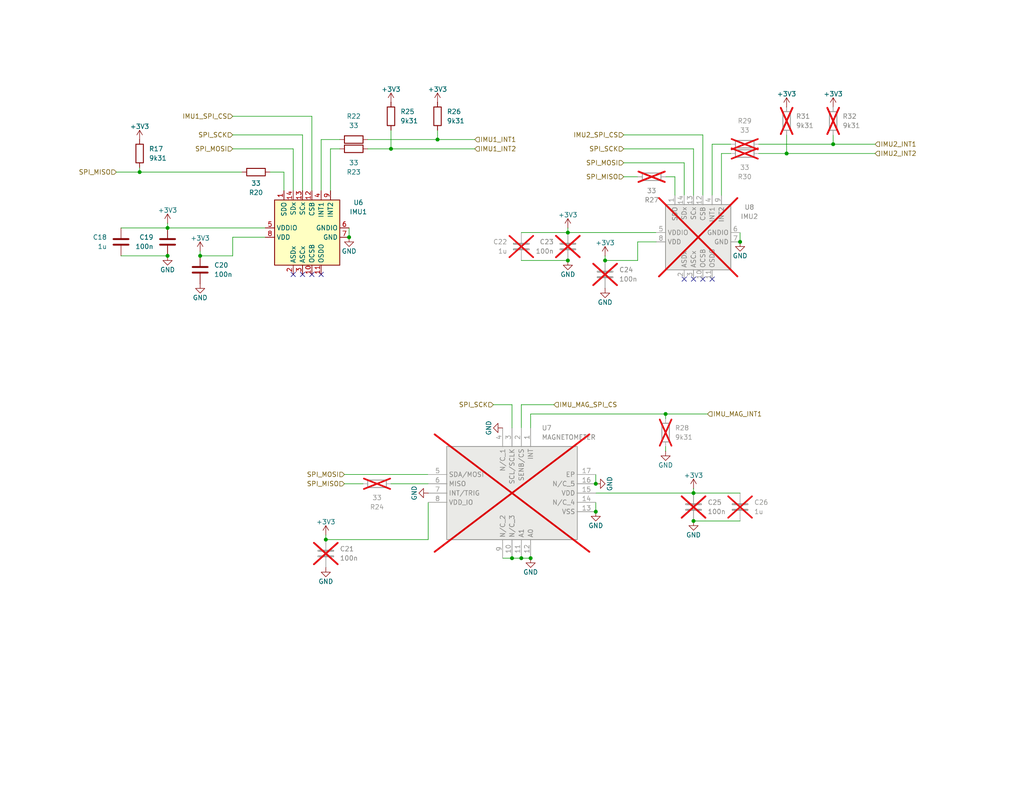
<source format=kicad_sch>
(kicad_sch (version 20231120) (generator "eeschema") (generator_version "8.0")
  (paper "USLetter")
  (lib_symbols
    (symbol "Device:C" (pin_numbers hide) (pin_names (offset 0.254))
      (property "Reference" "C" (at 0.635 2.54 0))
      (property "Value" "C" (at 0.635 -2.54 0))
      (symbol "C_0_1"
        (polyline (pts (xy -2.032 -0.762) (xy 2.032 -0.762)) (stroke (width 0.508)))
        (polyline (pts (xy -2.032 0.762) (xy 2.032 0.762)) (stroke (width 0.508)))
      )
      (symbol "C_1_1"
        (pin passive line (at 0 3.81 270) (length 2.794) (name "~") (number "1"))
        (pin passive line (at 0 -3.81 90) (length 2.794) (name "~") (number "2"))
      )
    )
    (symbol "Device:R" (pin_numbers hide) (pin_names (offset 0))
      (property "Reference" "R" (at 2.032 0 90))
      (property "Value" "R" (at 0 0 90))
      (symbol "R_0_1"
        (rectangle (start -1.016 -2.54) (end 1.016 2.54) (stroke (width 0.254)))
      )
      (symbol "R_1_1"
        (pin passive line (at 0 3.81 270) (length 1.27) (name "~") (number "1"))
        (pin passive line (at 0 -3.81 90) (length 1.27) (name "~") (number "2"))
      )
    )
    (symbol "Sensor_Motion:BMI160"
      (property "Reference" "U" (at -10.16 8.89 0))
      (property "Value" "BMI160" (at 7.62 8.89 0))
      (symbol "BMI160_1_1"
        (rectangle (start -10.16 7.62) (end 7.62 -10.16) (stroke (width 0.254)) (fill (type background)))
        (pin bidirectional line (at -12.7 5.08 0) (length 2.54) (name "SDO") (number "1"))
        (pin bidirectional line (at 10.16 -2.54 180) (length 2.54) (name "OCSB") (number "10"))
        (pin bidirectional line (at 10.16 -5.08 180) (length 2.54) (name "OSDO") (number "11"))
        (pin input line (at -12.7 -2.54 0) (length 2.54) (name "CSB") (number "12"))
        (pin input line (at -12.7 0 0) (length 2.54) (name "SCx") (number "13"))
        (pin bidirectional line (at -12.7 2.54 0) (length 2.54) (name "SDx") (number "14"))
        (pin bidirectional line (at 10.16 2.54 180) (length 2.54) (name "ASDx") (number "2"))
        (pin output line (at 10.16 0 180) (length 2.54) (name "ASCx") (number "3"))
        (pin bidirectional line (at -12.7 -5.08 0) (length 2.54) (name "INT1") (number "4"))
        (pin power_in line (at -2.54 10.16 270) (length 2.54) (name "VDDIO") (number "5"))
        (pin power_in line (at -2.54 -12.7 90) (length 2.54) (name "GNDIO") (number "6"))
        (pin power_in line (at 0 -12.7 90) (length 2.54) (name "GND") (number "7"))
        (pin power_in line (at 0 10.16 270) (length 2.54) (name "VDD") (number "8"))
        (pin bidirectional line (at -12.7 -7.62 0) (length 2.54) (name "INT2") (number "9"))
      )
    )
    (symbol "TVSC:MLX90393ELW-ABA-011-RE"
      (property "Reference" "IC" (at 31.75 17.78 0))
      (property "Value" "MLX90393ELW-ABA-011-RE" (at 31.75 15.24 0))
      (symbol "MLX90393ELW-ABA-011-RE_1_1"
        (rectangle (start 5.08 12.7) (end 30.48 -22.86) (stroke (width 0.254)) (fill (type background)))
        (pin passive line (at 0 0 0) (length 5.08) (name "INT") (number "1"))
        (pin passive line (at 35.56 -5.08 180) (length 5.08) (name "N/C_3") (number "10"))
        (pin passive line (at 35.56 -2.54 180) (length 5.08) (name "A1") (number "11"))
        (pin passive line (at 35.56 0 180) (length 5.08) (name "A0") (number "12"))
        (pin passive line (at 22.86 17.78 270) (length 5.08) (name "VSS") (number "13"))
        (pin passive line (at 20.32 17.78 270) (length 5.08) (name "N/C_4") (number "14"))
        (pin passive line (at 17.78 17.78 270) (length 5.08) (name "VDD") (number "15"))
        (pin passive line (at 15.24 17.78 270) (length 5.08) (name "N/C_5") (number "16"))
        (pin passive line (at 12.7 17.78 270) (length 5.08) (name "EP") (number "17"))
        (pin passive line (at 0 -2.54 0) (length 5.08) (name "SENB/CS") (number "2"))
        (pin passive line (at 0 -5.08 0) (length 5.08) (name "SCL/SCLK") (number "3"))
        (pin passive line (at 0 -7.62 0) (length 5.08) (name "N/C_1") (number "4"))
        (pin passive line (at 12.7 -27.94 90) (length 5.08) (name "SDA/MOSI") (number "5"))
        (pin passive line (at 15.24 -27.94 90) (length 5.08) (name "MISO") (number "6"))
        (pin passive line (at 17.78 -27.94 90) (length 5.08) (name "INT/TRIG") (number "7"))
        (pin passive line (at 20.32 -27.94 90) (length 5.08) (name "VDD_IO") (number "8"))
        (pin passive line (at 35.56 -7.62 180) (length 5.08) (name "N/C_2") (number "9"))
      )
    )
    (symbol "power:+3V3" (power) (pin_numbers hide) (pin_names (offset 0) hide)
      (property "Value" "+3V3" (at 0 3.556 0))
      (symbol "+3V3_0_1"
        (polyline (pts (xy -0.762 1.27) (xy 0 2.54)))
        (polyline (pts (xy 0 0) (xy 0 2.54)))
        (polyline (pts (xy 0 2.54) (xy 0.762 1.27)))
      )
      (symbol "+3V3_1_1"
        (pin power_in line (at 0 0 90) (length 0) (name "~") (number "1"))
      )
    )
    (symbol "power:GND" (power) (pin_numbers hide) (pin_names (offset 0) hide)
      (property "Value" "GND" (at 0 -3.81 0))
      (symbol "GND_0_1"
        (polyline (pts (xy 0 0) (xy 0 -1.27) (xy 1.27 -1.27) (xy 0 -2.54) (xy -1.27 -1.27) (xy 0 -1.27)))
      )
      (symbol "GND_1_1"
        (pin power_in line (at 0 0 270) (length 0) (name "~") (number "1"))
      )
    )
  )
  (junction (at 162.56 132.08))
  (junction (at 189.23 142.24))
  (junction (at 38.1 46.99))
  (junction (at 227.33 39.37))
  (junction (at 45.72 69.85))
  (junction (at 201.93 66.04))
  (junction (at 142.24 152.4))
  (junction (at 139.7 152.4))
  (junction (at 189.23 134.62))
  (junction (at 162.56 139.7))
  (junction (at 154.94 63.5))
  (junction (at 106.68 40.64))
  (junction (at 154.94 71.12))
  (junction (at 181.61 113.03))
  (junction (at 54.61 69.85))
  (junction (at 88.9 147.32))
  (junction (at 45.72 62.23))
  (junction (at 165.1 71.12))
  (junction (at 95.25 64.77))
  (junction (at 214.63 41.91))
  (junction (at 144.78 152.4))
  (junction (at 119.38 38.1))
  (no_connect (at 87.63 74.93))
  (no_connect (at 194.31 76.2))
  (no_connect (at 80.01 74.93))
  (no_connect (at 82.55 74.93))
  (no_connect (at 85.09 74.93))
  (no_connect (at 189.23 76.2))
  (no_connect (at 186.69 76.2))
  (no_connect (at 191.77 76.2))
  (wire (pts (xy 142.24 110.49) (xy 151.13 110.49)))
  (wire (pts (xy 63.5 64.77) (xy 72.39 64.77)))
  (wire (pts (xy 116.84 132.08) (xy 106.68 132.08)))
  (wire (pts (xy 88.9 147.32) (xy 116.84 147.32)))
  (wire (pts (xy 82.55 36.83) (xy 82.55 52.07)))
  (wire (pts (xy 191.77 36.83) (xy 191.77 53.34)))
  (wire (pts (xy 162.56 129.54) (xy 162.56 132.08)))
  (wire (pts (xy 227.33 36.83) (xy 227.33 39.37)))
  (wire (pts (xy 196.85 41.91) (xy 196.85 53.34)))
  (wire (pts (xy 154.94 71.12) (xy 142.24 71.12)))
  (wire (pts (xy 173.99 71.12) (xy 165.1 71.12)))
  (wire (pts (xy 139.7 152.4) (xy 142.24 152.4)))
  (wire (pts (xy 142.24 110.49) (xy 142.24 116.84)))
  (wire (pts (xy 194.31 39.37) (xy 199.39 39.37)))
  (wire (pts (xy 179.07 66.04) (xy 173.99 66.04)))
  (wire (pts (xy 88.9 146.05) (xy 88.9 147.32)))
  (wire (pts (xy 54.61 68.58) (xy 54.61 69.85)))
  (wire (pts (xy 227.33 39.37) (xy 238.76 39.37)))
  (wire (pts (xy 194.31 39.37) (xy 194.31 53.34)))
  (wire (pts (xy 93.98 129.54) (xy 116.84 129.54)))
  (wire (pts (xy 201.93 134.62) (xy 189.23 134.62)))
  (wire (pts (xy 189.23 142.24) (xy 201.93 142.24)))
  (wire (pts (xy 87.63 38.1) (xy 87.63 52.07)))
  (wire (pts (xy 238.76 41.91) (xy 214.63 41.91)))
  (wire (pts (xy 77.47 52.07) (xy 77.47 46.99)))
  (wire (pts (xy 119.38 35.56) (xy 119.38 38.1)))
  (wire (pts (xy 170.18 36.83) (xy 191.77 36.83)))
  (wire (pts (xy 31.75 46.99) (xy 38.1 46.99)))
  (wire (pts (xy 45.72 69.85) (xy 33.02 69.85)))
  (wire (pts (xy 189.23 133.35) (xy 189.23 134.62)))
  (wire (pts (xy 165.1 69.85) (xy 165.1 71.12)))
  (wire (pts (xy 214.63 36.83) (xy 214.63 41.91)))
  (wire (pts (xy 134.62 110.49) (xy 139.7 110.49)))
  (wire (pts (xy 189.23 40.64) (xy 189.23 53.34)))
  (wire (pts (xy 186.69 44.45) (xy 186.69 53.34)))
  (wire (pts (xy 106.68 35.56) (xy 106.68 40.64)))
  (wire (pts (xy 129.54 38.1) (xy 119.38 38.1)))
  (wire (pts (xy 162.56 134.62) (xy 189.23 134.62)))
  (wire (pts (xy 207.01 41.91) (xy 214.63 41.91)))
  (wire (pts (xy 139.7 110.49) (xy 139.7 116.84)))
  (wire (pts (xy 45.72 60.96) (xy 45.72 62.23)))
  (wire (pts (xy 142.24 63.5) (xy 154.94 63.5)))
  (wire (pts (xy 154.94 62.23) (xy 154.94 63.5)))
  (wire (pts (xy 184.15 48.26) (xy 184.15 53.34)))
  (wire (pts (xy 170.18 44.45) (xy 186.69 44.45)))
  (wire (pts (xy 181.61 113.03) (xy 193.04 113.03)))
  (wire (pts (xy 181.61 48.26) (xy 184.15 48.26)))
  (wire (pts (xy 63.5 31.75) (xy 85.09 31.75)))
  (wire (pts (xy 92.71 40.64) (xy 90.17 40.64)))
  (wire (pts (xy 181.61 113.03) (xy 181.61 114.3)))
  (wire (pts (xy 144.78 113.03) (xy 144.78 116.84)))
  (wire (pts (xy 116.84 137.16) (xy 116.84 147.32)))
  (wire (pts (xy 170.18 40.64) (xy 189.23 40.64)))
  (wire (pts (xy 144.78 113.03) (xy 181.61 113.03)))
  (wire (pts (xy 63.5 36.83) (xy 82.55 36.83)))
  (wire (pts (xy 207.01 39.37) (xy 227.33 39.37)))
  (wire (pts (xy 90.17 40.64) (xy 90.17 52.07)))
  (wire (pts (xy 33.02 62.23) (xy 45.72 62.23)))
  (wire (pts (xy 92.71 38.1) (xy 87.63 38.1)))
  (wire (pts (xy 93.98 132.08) (xy 99.06 132.08)))
  (wire (pts (xy 80.01 40.64) (xy 80.01 52.07)))
  (wire (pts (xy 95.25 62.23) (xy 95.25 64.77)))
  (wire (pts (xy 142.24 152.4) (xy 144.78 152.4)))
  (wire (pts (xy 196.85 41.91) (xy 199.39 41.91)))
  (wire (pts (xy 38.1 46.99) (xy 66.04 46.99)))
  (wire (pts (xy 170.18 48.26) (xy 173.99 48.26)))
  (wire (pts (xy 181.61 123.19) (xy 181.61 121.92)))
  (wire (pts (xy 173.99 66.04) (xy 173.99 71.12)))
  (wire (pts (xy 201.93 63.5) (xy 201.93 66.04)))
  (wire (pts (xy 100.33 40.64) (xy 106.68 40.64)))
  (wire (pts (xy 154.94 63.5) (xy 179.07 63.5)))
  (wire (pts (xy 129.54 40.64) (xy 106.68 40.64)))
  (wire (pts (xy 63.5 64.77) (xy 63.5 69.85)))
  (wire (pts (xy 100.33 38.1) (xy 119.38 38.1)))
  (wire (pts (xy 77.47 46.99) (xy 73.66 46.99)))
  (wire (pts (xy 63.5 69.85) (xy 54.61 69.85)))
  (wire (pts (xy 85.09 31.75) (xy 85.09 52.07)))
  (wire (pts (xy 45.72 62.23) (xy 72.39 62.23)))
  (wire (pts (xy 162.56 137.16) (xy 162.56 139.7)))
  (wire (pts (xy 137.16 152.4) (xy 139.7 152.4)))
  (wire (pts (xy 63.5 40.64) (xy 80.01 40.64)))
  (wire (pts (xy 38.1 45.72) (xy 38.1 46.99)))
  (hierarchical_label "IMU2_INT2" (shape input) (at 238.76 41.91 0))
  (hierarchical_label "SPI_MISO" (shape input) (at 31.75 46.99 180))
  (hierarchical_label "IMU2_INT1" (shape input) (at 238.76 39.37 0))
  (hierarchical_label "IMU_MAG_INT1" (shape input) (at 193.04 113.03 0))
  (hierarchical_label "IMU1_SPI_CS" (shape input) (at 63.5 31.75 180))
  (hierarchical_label "SPI_MOSI" (shape input) (at 63.5 40.64 180))
  (hierarchical_label "SPI_SCK" (shape input) (at 63.5 36.83 180))
  (hierarchical_label "IMU2_SPI_CS" (shape input) (at 170.18 36.83 180))
  (hierarchical_label "SPI_MISO" (shape input) (at 170.18 48.26 180))
  (hierarchical_label "SPI_SCK" (shape input) (at 134.62 110.49 180))
  (hierarchical_label "SPI_MISO" (shape input) (at 93.98 132.08 180))
  (hierarchical_label "IMU_MAG_SPI_CS" (shape input) (at 151.13 110.49 0))
  (hierarchical_label "IMU1_INT1" (shape input) (at 129.54 38.1 0))
  (hierarchical_label "SPI_MOSI" (shape input) (at 93.98 129.54 180))
  (hierarchical_label "SPI_MOSI" (shape input) (at 170.18 44.45 180))
  (hierarchical_label "IMU1_INT2" (shape input) (at 129.54 40.64 0))
  (hierarchical_label "SPI_SCK" (shape input) (at 170.18 40.64 180))
  (symbol (lib_id "power:+3V3") (at 214.63 29.21 0) (unit 1)
    (property "Reference" "#PWR60" (effects (hide yes)))
    (property "Value" "+3V3" (at 214.63 25.654 0))
  )
  (symbol (lib_id "power:+3V3") (at 189.23 133.35 0) (unit 1)
    (property "Reference" "#PWR57" (effects (hide yes)))
    (property "Value" "+3V3" (at 189.23 129.794 0))
  )
  (symbol (lib_id "Device:C") (at 165.1 74.93 0) (unit 1) (exclude_from_sim yes) (in_bom no) (on_board no) (dnp yes)
    (property "Reference" "C24" (at 168.91 73.66 0) (effects (justify left)))
    (property "Value" "100n" (at 168.91 76.2 0) (effects (justify left)))
    (property "Footprint" "footprints:Nondescript_C_0402_1005Metric" (effects (hide yes)))
    (property "Active" "Y" (effects (hide yes)))
    (property "MPN" "C1525" (effects (hide yes)))
    (property "Manufacturer" "Samsung Electro-Mechanics" (effects (hide yes)))
    (property "Manufacturer Part Number" "CL05B104KO5NNNC" (effects (hide yes)))
    (property "Basic or Extended Component" "Basic" (effects (hide yes)))
  )
  (symbol (lib_id "power:GND") (at 137.16 116.84 270) (mirror x) (unit 1)
    (property "Reference" "#PWR47" (effects (hide yes)))
    (property "Value" "GND" (at 133.35 116.84 0))
  )
  (symbol (lib_id "power:GND") (at 181.61 123.19 0) (mirror y) (unit 1)
    (property "Reference" "#PWR56" (effects (hide yes)))
    (property "Value" "GND" (at 181.61 127 0))
  )
  (symbol (lib_id "Sensor_Motion:BMI160") (at 189.23 66.04 90) (mirror x) (unit 1) (exclude_from_sim yes) (in_bom no) (on_board no) (dnp yes)
    (property "Reference" "U8" (at 204.47 56.5719 90))
    (property "Value" "IMU2" (at 204.47 59.1119 90))
    (property "Footprint" "Package_LGA:Bosch_LGA-14_3x2.5mm_P0.5mm" (effects (hide yes)))
    (property "Datasheet" "https://www.bosch-sensortec.com/media/boschsensortec/downloads/datasheets/bst-bmi160-ds000.pdf" (effects (hide yes)))
    (property "MPN" "C5368700" (effects (hide yes)))
    (property "Manufacturer" "Bosch Sensortec" (effects (hide yes)))
    (property "Manufacturer Part Number" "BMI323" (effects (hide yes)))
    (property "Active" "Y" (effects (hide yes)))
    (property "Basic or Extended Component" "Extended" (effects (hide yes)))
  )
  (symbol (lib_id "TVSC:MLX90393ELW-ABA-011-RE") (at 144.78 116.84 270) (unit 1) (exclude_from_sim yes) (in_bom no) (on_board no) (dnp yes)
    (property "Reference" "U7" (at 147.7965 116.84 90) (effects (justify left)))
    (property "Value" "MAGNETOMETER" (at 147.7965 119.38 90) (effects (justify left)))
    (property "Footprint" "footprints:QFN50P300X300X100-17N-D" (effects (hide yes)))
    (property "Datasheet" "https://componentsearchengine.com/Datasheets/1/MLX90393ELW-ABA-011-RE.pdf" (effects (hide yes)))
    (property "Description" "Board Mount Hall Effect / Magnetic Sensors Triaxis Magnetic node - Micropower Magnetometer ft. SPI/I2C Output - I2C_address 0x03h - Consumer Grade (Gen.III)" (effects (hide yes)))
    (property "Height" "1" (effects (hide yes)))
    (property "Arrow Part Number" "MLX90393ELW-ABA-011-RE" (effects (hide yes)))
    (property "Arrow Price/Stock" "https://www.arrow.com/en/products/mlx90393elw-aba-011-re/melexis?utm_currency=USD&region=nac" (effects (hide yes)))
    (property "Active" "Y" (effects (hide yes)))
    (property "Basic or Extended Component" "Extended" (effects (hide yes)))
    (property "MPN" "C2654971" (effects (hide yes)))
    (property "Manufacturer" "Melexis" (effects (hide yes)))
    (property "Manufacturer Part Number" "MLX90393ELW-ABA-011-RE" (effects (hide yes)))
  )
  (symbol (lib_id "Device:R") (at 181.61 118.11 0) (unit 1) (exclude_from_sim yes) (in_bom no) (on_board no) (dnp yes)
    (property "Reference" "R28" (at 184.15 116.84 0) (effects (justify left)))
    (property "Value" "9k31" (at 184.15 119.38 0) (effects (justify left)))
    (property "Footprint" "footprints:Nondescript_R_0402_1005Metric" (effects (hide yes)))
    (property "MPN" "C270572" (effects (hide yes)))
    (property "Manufacturer" "UNI-ROYAL(Uniroyal Elec)" (effects (hide yes)))
    (property "Manufacturer Part Number" "0402WGF9311TCE" (effects (hide yes)))
    (property "Active" "Y" (effects (hide yes)))
    (property "Basic or Extended Component" "Basic" (effects (hide yes)))
  )
  (symbol (lib_id "power:+3V3") (at 227.33 29.21 0) (unit 1)
    (property "Reference" "#PWR61" (effects (hide yes)))
    (property "Value" "+3V3" (at 227.33 25.654 0))
  )
  (symbol (lib_id "power:+3V3") (at 45.72 60.96 0) (mirror y) (unit 1)
    (property "Reference" "#PWR36" (effects (hide yes)))
    (property "Value" "+3V3" (at 45.72 57.404 0))
  )
  (symbol (lib_id "power:GND") (at 116.84 134.62 270) (mirror x) (unit 1)
    (property "Reference" "#PWR45" (effects (hide yes)))
    (property "Value" "GND" (at 113.03 134.62 0))
  )
  (symbol (lib_id "power:GND") (at 45.72 69.85 0) (mirror y) (unit 1)
    (property "Reference" "#PWR37" (effects (hide yes)))
    (property "Value" "GND" (at 45.72 73.66 0))
  )
  (symbol (lib_id "power:GND") (at 54.61 77.47 0) (unit 1)
    (property "Reference" "#PWR40" (effects (hide yes)))
    (property "Value" "GND" (at 54.61 81.28 0))
  )
  (symbol (lib_id "power:+3V3") (at 54.61 68.58 0) (unit 1)
    (property "Reference" "#PWR39" (effects (hide yes)))
    (property "Value" "+3V3" (at 54.61 65.024 0))
  )
  (symbol (lib_id "power:GND") (at 154.94 71.12 0) (mirror y) (unit 1)
    (property "Reference" "#PWR50" (effects (hide yes)))
    (property "Value" "GND" (at 154.94 74.93 0))
  )
  (symbol (lib_id "Device:C") (at 142.24 67.31 0) (mirror y) (unit 1) (exclude_from_sim yes) (in_bom no) (on_board no) (dnp yes)
    (property "Reference" "C22" (at 138.43 66.04 0) (effects (justify left)))
    (property "Value" "1u" (at 138.43 68.58 0) (effects (justify left)))
    (property "Footprint" "footprints:Nondescript_C_0402_1005Metric" (effects (hide yes)))
    (property "Active" "Y" (effects (hide yes)))
    (property "MPN" "C52923" (effects (hide yes)))
    (property "Manufacturer" "Samsung Electro-Mechanics" (effects (hide yes)))
    (property "Manufacturer Part Number" "CL05A105KA5NQNC" (effects (hide yes)))
    (property "Basic or Extended Component" "Basic" (effects (hide yes)))
  )
  (symbol (lib_id "Device:R") (at 214.63 33.02 0) (unit 1) (exclude_from_sim yes) (in_bom no) (on_board no) (dnp yes)
    (property "Reference" "R31" (at 217.17 31.75 0) (effects (justify left)))
    (property "Value" "9k31" (at 217.17 34.29 0) (effects (justify left)))
    (property "Footprint" "footprints:Nondescript_R_0402_1005Metric" (effects (hide yes)))
    (property "MPN" "C270572" (effects (hide yes)))
    (property "Manufacturer" "UNI-ROYAL(Uniroyal Elec)" (effects (hide yes)))
    (property "Manufacturer Part Number" "0402WGF9311TCE" (effects (hide yes)))
    (property "Active" "Y" (effects (hide yes)))
    (property "Basic or Extended Component" "Basic" (effects (hide yes)))
  )
  (symbol (lib_id "power:+3V3") (at 119.38 27.94 0) (unit 1)
    (property "Reference" "#PWR46" (effects (hide yes)))
    (property "Value" "+3V3" (at 119.38 24.384 0))
  )
  (symbol (lib_id "Device:C") (at 54.61 73.66 0) (unit 1)
    (property "Reference" "C20" (at 58.42 72.39 0) (effects (justify left)))
    (property "Value" "100n" (at 58.42 74.93 0) (effects (justify left)))
    (property "Footprint" "footprints:Nondescript_C_0402_1005Metric" (effects (hide yes)))
    (property "Active" "Y" (effects (hide yes)))
    (property "MPN" "C1525" (effects (hide yes)))
    (property "Manufacturer" "Samsung Electro-Mechanics" (effects (hide yes)))
    (property "Manufacturer Part Number" "CL05B104KO5NNNC" (effects (hide yes)))
    (property "Basic or Extended Component" "Basic" (effects (hide yes)))
  )
  (symbol (lib_id "power:+3V3") (at 88.9 146.05 0) (unit 1)
    (property "Reference" "#PWR41" (effects (hide yes)))
    (property "Value" "+3V3" (at 88.9 142.494 0))
  )
  (symbol (lib_id "power:GND") (at 162.56 139.7 0) (mirror y) (unit 1)
    (property "Reference" "#PWR53" (effects (hide yes)))
    (property "Value" "GND" (at 162.56 143.51 0))
  )
  (symbol (lib_id "power:GND") (at 201.93 66.04 0) (mirror y) (unit 1)
    (property "Reference" "#PWR59" (effects (hide yes)))
    (property "Value" "GND" (at 201.93 69.85 0))
  )
  (symbol (lib_id "power:GND") (at 162.56 132.08 90) (mirror x) (unit 1)
    (property "Reference" "#PWR52" (effects (hide yes)))
    (property "Value" "GND" (at 166.37 132.08 0))
  )
  (symbol (lib_id "power:+3V3") (at 106.68 27.94 0) (unit 1)
    (property "Reference" "#PWR44" (effects (hide yes)))
    (property "Value" "+3V3" (at 106.68 24.384 0))
  )
  (symbol (lib_id "power:GND") (at 144.78 152.4 0) (mirror y) (unit 1)
    (property "Reference" "#PWR48" (effects (hide yes)))
    (property "Value" "GND" (at 144.78 156.21 0))
  )
  (symbol (lib_id "power:GND") (at 95.25 64.77 0) (mirror y) (unit 1)
    (property "Reference" "#PWR43" (effects (hide yes)))
    (property "Value" "GND" (at 95.25 68.58 0))
  )
  (symbol (lib_id "Device:R") (at 38.1 41.91 0) (unit 1)
    (property "Reference" "R17" (at 40.64 40.64 0) (effects (justify left)))
    (property "Value" "9k31" (at 40.64 43.18 0) (effects (justify left)))
    (property "Footprint" "footprints:Nondescript_R_0402_1005Metric" (effects (hide yes)))
    (property "MPN" "C270572" (effects (hide yes)))
    (property "Manufacturer" "UNI-ROYAL(Uniroyal Elec)" (effects (hide yes)))
    (property "Manufacturer Part Number" "0402WGF9311TCE" (effects (hide yes)))
    (property "Active" "Y" (effects (hide yes)))
    (property "Basic or Extended Component" "Basic" (effects (hide yes)))
  )
  (symbol (lib_id "Device:R") (at 102.87 132.08 270) (unit 1) (exclude_from_sim yes) (in_bom no) (on_board no) (dnp yes)
    (property "Reference" "R24" (at 102.87 138.43 90))
    (property "Value" "33" (at 102.87 135.89 90))
    (property "Footprint" "footprints:Nondescript_R_0402_1005Metric" (effects (hide yes)))
    (property "Active" "Y" (effects (hide yes)))
    (property "Basic or Extended Component" "Basic" (effects (hide yes)))
    (property "MPN" "C25105" (effects (hide yes)))
    (property "Manufacturer" "UNI-ROYAL(Uniroyal Elec)" (effects (hide yes)))
    (property "Manufacturer Part Number" "0402WGF330JTCE" (effects (hide yes)))
  )
  (symbol (lib_id "power:+3V3") (at 154.94 62.23 0) (mirror y) (unit 1)
    (property "Reference" "#PWR49" (effects (hide yes)))
    (property "Value" "+3V3" (at 154.94 58.674 0))
  )
  (symbol (lib_id "Device:R") (at 227.33 33.02 0) (unit 1) (exclude_from_sim yes) (in_bom no) (on_board no) (dnp yes)
    (property "Reference" "R32" (at 229.87 31.75 0) (effects (justify left)))
    (property "Value" "9k31" (at 229.87 34.29 0) (effects (justify left)))
    (property "Footprint" "footprints:Nondescript_R_0402_1005Metric" (effects (hide yes)))
    (property "MPN" "C270572" (effects (hide yes)))
    (property "Manufacturer" "UNI-ROYAL(Uniroyal Elec)" (effects (hide yes)))
    (property "Manufacturer Part Number" "0402WGF9311TCE" (effects (hide yes)))
    (property "Active" "Y" (effects (hide yes)))
    (property "Basic or Extended Component" "Basic" (effects (hide yes)))
  )
  (symbol (lib_id "Device:C") (at 154.94 67.31 0) (mirror y) (unit 1) (exclude_from_sim yes) (in_bom no) (on_board no) (dnp yes)
    (property "Reference" "C23" (at 151.13 66.04 0) (effects (justify left)))
    (property "Value" "100n" (at 151.13 68.58 0) (effects (justify left)))
    (property "Footprint" "footprints:Nondescript_C_0402_1005Metric" (effects (hide yes)))
    (property "Active" "Y" (effects (hide yes)))
    (property "MPN" "C1525" (effects (hide yes)))
    (property "Manufacturer" "Samsung Electro-Mechanics" (effects (hide yes)))
    (property "Manufacturer Part Number" "CL05B104KO5NNNC" (effects (hide yes)))
    (property "Basic or Extended Component" "Basic" (effects (hide yes)))
  )
  (symbol (lib_id "Device:C") (at 33.02 66.04 0) (mirror y) (unit 1)
    (property "Reference" "C18" (at 29.21 64.77 0) (effects (justify left)))
    (property "Value" "1u" (at 29.21 67.31 0) (effects (justify left)))
    (property "Footprint" "footprints:Nondescript_C_0402_1005Metric" (effects (hide yes)))
    (property "Active" "Y" (effects (hide yes)))
    (property "MPN" "C52923" (effects (hide yes)))
    (property "Manufacturer" "Samsung Electro-Mechanics" (effects (hide yes)))
    (property "Manufacturer Part Number" "CL05A105KA5NQNC" (effects (hide yes)))
    (property "Basic or Extended Component" "Basic" (effects (hide yes)))
  )
  (symbol (lib_id "Device:R") (at 106.68 31.75 0) (unit 1)
    (property "Reference" "R25" (at 109.22 30.48 0) (effects (justify left)))
    (property "Value" "9k31" (at 109.22 33.02 0) (effects (justify left)))
    (property "Footprint" "footprints:Nondescript_R_0402_1005Metric" (effects (hide yes)))
    (property "MPN" "C270572" (effects (hide yes)))
    (property "Manufacturer" "UNI-ROYAL(Uniroyal Elec)" (effects (hide yes)))
    (property "Manufacturer Part Number" "0402WGF9311TCE" (effects (hide yes)))
    (property "Active" "Y" (effects (hide yes)))
    (property "Basic or Extended Component" "Basic" (effects (hide yes)))
  )
  (symbol (lib_id "Device:C") (at 45.72 66.04 0) (mirror y) (unit 1)
    (property "Reference" "C19" (at 41.91 64.77 0) (effects (justify left)))
    (property "Value" "100n" (at 41.91 67.31 0) (effects (justify left)))
    (property "Footprint" "footprints:Nondescript_C_0402_1005Metric" (effects (hide yes)))
    (property "Active" "Y" (effects (hide yes)))
    (property "MPN" "C1525" (effects (hide yes)))
    (property "Manufacturer" "Samsung Electro-Mechanics" (effects (hide yes)))
    (property "Manufacturer Part Number" "CL05B104KO5NNNC" (effects (hide yes)))
    (property "Basic or Extended Component" "Basic" (effects (hide yes)))
  )
  (symbol (lib_id "power:+3V3") (at 165.1 69.85 0) (unit 1)
    (property "Reference" "#PWR54" (effects (hide yes)))
    (property "Value" "+3V3" (at 165.1 66.294 0))
  )
  (symbol (lib_id "power:GND") (at 189.23 142.24 0) (unit 1)
    (property "Reference" "#PWR58" (effects (hide yes)))
    (property "Value" "GND" (at 189.23 146.05 0))
  )
  (symbol (lib_id "Device:R") (at 69.85 46.99 90) (mirror x) (unit 1)
    (property "Reference" "R20" (at 69.85 52.578 90))
    (property "Value" "33" (at 69.85 50.038 90))
    (property "Footprint" "footprints:Nondescript_R_0402_1005Metric" (effects (hide yes)))
    (property "Active" "Y" (effects (hide yes)))
    (property "Basic or Extended Component" "Basic" (effects (hide yes)))
    (property "MPN" "C25105" (effects (hide yes)))
    (property "Manufacturer" "UNI-ROYAL(Uniroyal Elec)" (effects (hide yes)))
    (property "Manufacturer Part Number" "0402WGF330JTCE" (effects (hide yes)))
  )
  (symbol (lib_id "Device:C") (at 88.9 151.13 0) (unit 1) (exclude_from_sim yes) (in_bom no) (on_board no) (dnp yes)
    (property "Reference" "C21" (at 92.71 149.86 0) (effects (justify left)))
    (property "Value" "100n" (at 92.71 152.4 0) (effects (justify left)))
    (property "Footprint" "footprints:Nondescript_C_0402_1005Metric" (effects (hide yes)))
    (property "Active" "Y" (effects (hide yes)))
    (property "MPN" "C1525" (effects (hide yes)))
    (property "Manufacturer" "Samsung Electro-Mechanics" (effects (hide yes)))
    (property "Manufacturer Part Number" "CL05B104KO5NNNC" (effects (hide yes)))
    (property "Basic or Extended Component" "Basic" (effects (hide yes)))
  )
  (symbol (lib_id "Device:R") (at 177.8 48.26 270) (unit 1) (exclude_from_sim yes) (in_bom no) (on_board no) (dnp yes)
    (property "Reference" "R27" (at 177.8 54.61 90))
    (property "Value" "33" (at 177.8 52.07 90))
    (property "Footprint" "footprints:Nondescript_R_0402_1005Metric" (effects (hide yes)))
    (property "Active" "Y" (effects (hide yes)))
    (property "Basic or Extended Component" "Basic" (effects (hide yes)))
    (property "MPN" "C25105" (effects (hide yes)))
    (property "Manufacturer" "UNI-ROYAL(Uniroyal Elec)" (effects (hide yes)))
    (property "Manufacturer Part Number" "0402WGF330JTCE" (effects (hide yes)))
  )
  (symbol (lib_id "Device:C") (at 189.23 138.43 0) (unit 1) (exclude_from_sim yes) (in_bom no) (on_board no) (dnp yes)
    (property "Reference" "C25" (at 193.04 137.16 0) (effects (justify left)))
    (property "Value" "100n" (at 193.04 139.7 0) (effects (justify left)))
    (property "Footprint" "footprints:Nondescript_C_0402_1005Metric" (effects (hide yes)))
    (property "Active" "Y" (effects (hide yes)))
    (property "MPN" "C1525" (effects (hide yes)))
    (property "Manufacturer" "Samsung Electro-Mechanics" (effects (hide yes)))
    (property "Manufacturer Part Number" "CL05B104KO5NNNC" (effects (hide yes)))
    (property "Basic or Extended Component" "Basic" (effects (hide yes)))
  )
  (symbol (lib_id "power:+3V3") (at 38.1 38.1 0) (unit 1)
    (property "Reference" "#PWR33" (effects (hide yes)))
    (property "Value" "+3V3" (at 38.1 34.544 0))
  )
  (symbol (lib_id "Device:R") (at 96.52 40.64 90) (mirror x) (unit 1)
    (property "Reference" "R23" (at 96.52 46.99 90))
    (property "Value" "33" (at 96.52 44.45 90))
    (property "Footprint" "footprints:Nondescript_R_0402_1005Metric" (effects (hide yes)))
    (property "Active" "Y" (effects (hide yes)))
    (property "Basic or Extended Component" "Basic" (effects (hide yes)))
    (property "MPN" "C25105" (effects (hide yes)))
    (property "Manufacturer" "UNI-ROYAL(Uniroyal Elec)" (effects (hide yes)))
    (property "Manufacturer Part Number" "0402WGF330JTCE" (effects (hide yes)))
  )
  (symbol (lib_id "power:GND") (at 88.9 154.94 0) (unit 1)
    (property "Reference" "#PWR42" (effects (hide yes)))
    (property "Value" "GND" (at 88.9 158.75 0))
  )
  (symbol (lib_id "Device:R") (at 96.52 38.1 90) (unit 1)
    (property "Reference" "R22" (at 96.52 31.75 90))
    (property "Value" "33" (at 96.52 34.29 90))
    (property "Footprint" "footprints:Nondescript_R_0402_1005Metric" (effects (hide yes)))
    (property "Active" "Y" (effects (hide yes)))
    (property "Basic or Extended Component" "Basic" (effects (hide yes)))
    (property "MPN" "C25105" (effects (hide yes)))
    (property "Manufacturer" "UNI-ROYAL(Uniroyal Elec)" (effects (hide yes)))
    (property "Manufacturer Part Number" "0402WGF330JTCE" (effects (hide yes)))
  )
  (symbol (lib_id "Device:R") (at 203.2 41.91 90) (mirror x) (unit 1) (exclude_from_sim yes) (in_bom no) (on_board no) (dnp yes)
    (property "Reference" "R30" (at 203.2 48.26 90))
    (property "Value" "33" (at 203.2 45.72 90))
    (property "Footprint" "footprints:Nondescript_R_0402_1005Metric" (effects (hide yes)))
    (property "Active" "Y" (effects (hide yes)))
    (property "Basic or Extended Component" "Basic" (effects (hide yes)))
    (property "MPN" "C25105" (effects (hide yes)))
    (property "Manufacturer" "UNI-ROYAL(Uniroyal Elec)" (effects (hide yes)))
    (property "Manufacturer Part Number" "0402WGF330JTCE" (effects (hide yes)))
  )
  (symbol (lib_id "Device:C") (at 201.93 138.43 0) (unit 1) (exclude_from_sim yes) (in_bom no) (on_board no) (dnp yes)
    (property "Reference" "C26" (at 205.74 137.16 0) (effects (justify left)))
    (property "Value" "1u" (at 205.74 139.7 0) (effects (justify left)))
    (property "Footprint" "footprints:Nondescript_C_0402_1005Metric" (effects (hide yes)))
    (property "Active" "Y" (effects (hide yes)))
    (property "MPN" "C52923" (effects (hide yes)))
    (property "Manufacturer" "Samsung Electro-Mechanics" (effects (hide yes)))
    (property "Manufacturer Part Number" "CL05A105KA5NQNC" (effects (hide yes)))
    (property "Basic or Extended Component" "Basic" (effects (hide yes)))
  )
  (symbol (lib_id "Sensor_Motion:BMI160") (at 82.55 64.77 90) (mirror x) (unit 1)
    (property "Reference" "U6" (at 97.79 55.3019 90))
    (property "Value" "IMU1" (at 97.79 57.8419 90))
    (property "Footprint" "Package_LGA:Bosch_LGA-14_3x2.5mm_P0.5mm" (effects (hide yes)))
    (property "Datasheet" "https://www.bosch-sensortec.com/media/boschsensortec/downloads/datasheets/bst-bmi160-ds000.pdf" (effects (hide yes)))
    (property "MPN" "C5368700" (effects (hide yes)))
    (property "Manufacturer" "Bosch Sensortec" (effects (hide yes)))
    (property "Manufacturer Part Number" "BMI323" (effects (hide yes)))
    (property "Active" "Y" (effects (hide yes)))
    (property "Basic or Extended Component" "Extended" (effects (hide yes)))
  )
  (symbol (lib_id "Device:R") (at 203.2 39.37 90) (unit 1) (exclude_from_sim yes) (in_bom no) (on_board no) (dnp yes)
    (property "Reference" "R29" (at 203.2 33.02 90))
    (property "Value" "33" (at 203.2 35.56 90))
    (property "Footprint" "footprints:Nondescript_R_0402_1005Metric" (effects (hide yes)))
    (property "Active" "Y" (effects (hide yes)))
    (property "Basic or Extended Component" "Basic" (effects (hide yes)))
    (property "MPN" "C25105" (effects (hide yes)))
    (property "Manufacturer" "UNI-ROYAL(Uniroyal Elec)" (effects (hide yes)))
    (property "Manufacturer Part Number" "0402WGF330JTCE" (effects (hide yes)))
  )
  (symbol (lib_id "Device:R") (at 119.38 31.75 0) (unit 1)
    (property "Reference" "R26" (at 121.92 30.48 0) (effects (justify left)))
    (property "Value" "9k31" (at 121.92 33.02 0) (effects (justify left)))
    (property "Footprint" "footprints:Nondescript_R_0402_1005Metric" (effects (hide yes)))
    (property "MPN" "C270572" (effects (hide yes)))
    (property "Manufacturer" "UNI-ROYAL(Uniroyal Elec)" (effects (hide yes)))
    (property "Manufacturer Part Number" "0402WGF9311TCE" (effects (hide yes)))
    (property "Active" "Y" (effects (hide yes)))
    (property "Basic or Extended Component" "Basic" (effects (hide yes)))
  )
  (symbol (lib_id "power:GND") (at 165.1 78.74 0) (unit 1)
    (property "Reference" "#PWR55" (effects (hide yes)))
    (property "Value" "GND" (at 165.1 82.55 0))
  )
)
</source>
